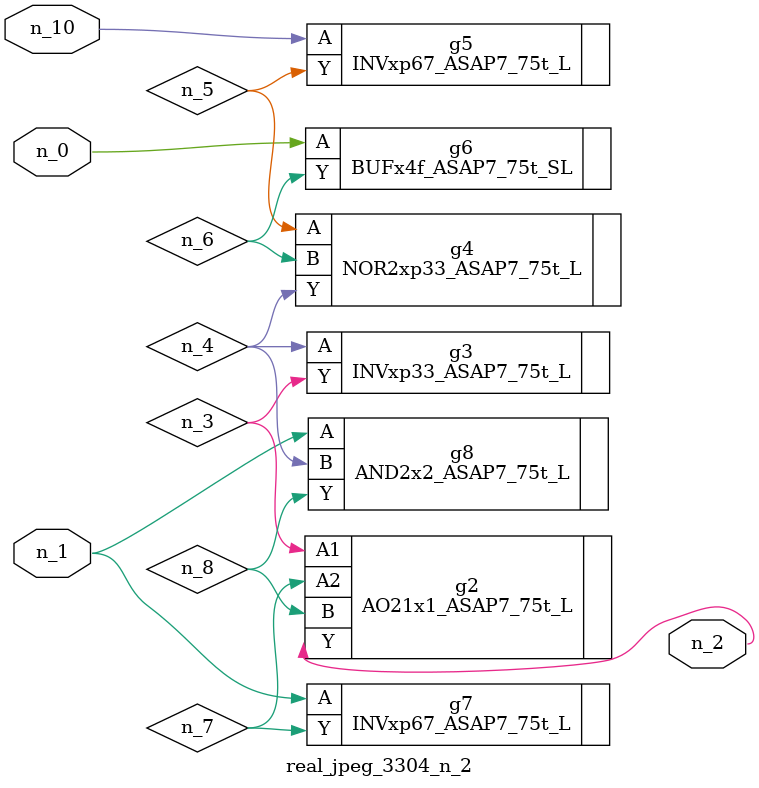
<source format=v>
module real_jpeg_3304_n_2 (n_1, n_10, n_0, n_2);

input n_1;
input n_10;
input n_0;

output n_2;

wire n_5;
wire n_4;
wire n_8;
wire n_6;
wire n_7;
wire n_3;

BUFx4f_ASAP7_75t_SL g6 ( 
.A(n_0),
.Y(n_6)
);

INVxp67_ASAP7_75t_L g7 ( 
.A(n_1),
.Y(n_7)
);

AND2x2_ASAP7_75t_L g8 ( 
.A(n_1),
.B(n_4),
.Y(n_8)
);

AO21x1_ASAP7_75t_L g2 ( 
.A1(n_3),
.A2(n_7),
.B(n_8),
.Y(n_2)
);

INVxp33_ASAP7_75t_L g3 ( 
.A(n_4),
.Y(n_3)
);

NOR2xp33_ASAP7_75t_L g4 ( 
.A(n_5),
.B(n_6),
.Y(n_4)
);

INVxp67_ASAP7_75t_L g5 ( 
.A(n_10),
.Y(n_5)
);


endmodule
</source>
